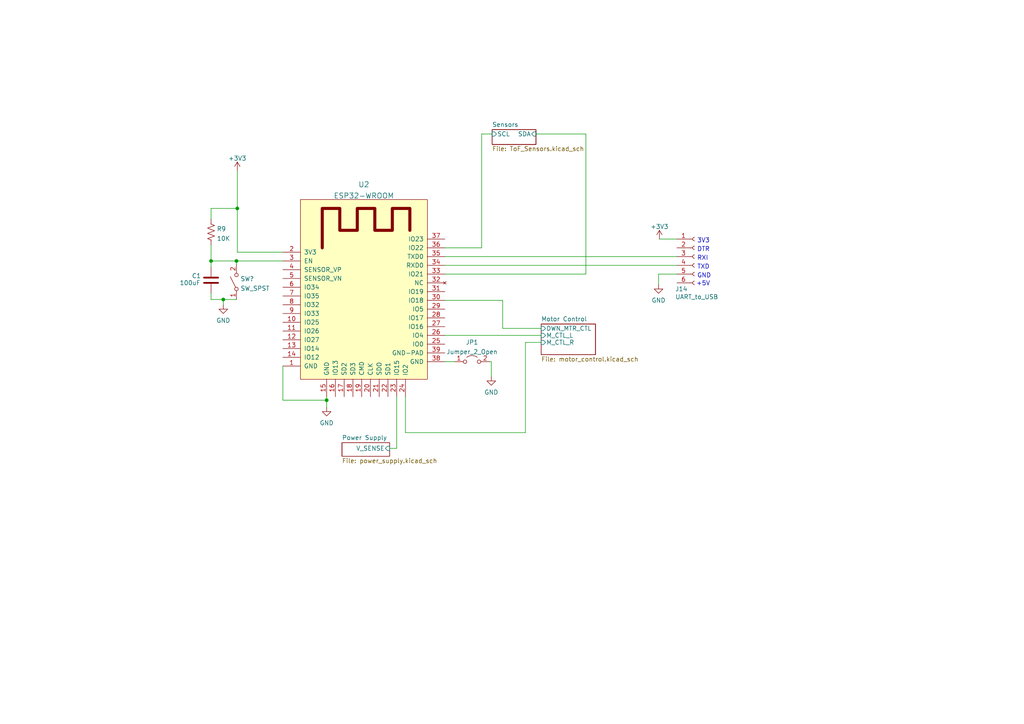
<source format=kicad_sch>
(kicad_sch (version 20211123) (generator eeschema)

  (uuid e63e39d7-6ac0-4ffd-8aa3-1841a4541b55)

  (paper "A4")

  (title_block
    (title "Top Level")
    (date "2022-02-03")
    (rev "1.1")
  )

  (lib_symbols
    (symbol "Connector:Conn_01x06_Female" (pin_names (offset 1.016) hide) (in_bom yes) (on_board yes)
      (property "Reference" "J" (id 0) (at 0 7.62 0)
        (effects (font (size 1.27 1.27)))
      )
      (property "Value" "Conn_01x06_Female" (id 1) (at 0 -10.16 0)
        (effects (font (size 1.27 1.27)))
      )
      (property "Footprint" "" (id 2) (at 0 0 0)
        (effects (font (size 1.27 1.27)) hide)
      )
      (property "Datasheet" "~" (id 3) (at 0 0 0)
        (effects (font (size 1.27 1.27)) hide)
      )
      (property "ki_keywords" "connector" (id 4) (at 0 0 0)
        (effects (font (size 1.27 1.27)) hide)
      )
      (property "ki_description" "Generic connector, single row, 01x06, script generated (kicad-library-utils/schlib/autogen/connector/)" (id 5) (at 0 0 0)
        (effects (font (size 1.27 1.27)) hide)
      )
      (property "ki_fp_filters" "Connector*:*_1x??_*" (id 6) (at 0 0 0)
        (effects (font (size 1.27 1.27)) hide)
      )
      (symbol "Conn_01x06_Female_1_1"
        (arc (start 0 -7.112) (mid -0.508 -7.62) (end 0 -8.128)
          (stroke (width 0.1524) (type default) (color 0 0 0 0))
          (fill (type none))
        )
        (arc (start 0 -4.572) (mid -0.508 -5.08) (end 0 -5.588)
          (stroke (width 0.1524) (type default) (color 0 0 0 0))
          (fill (type none))
        )
        (arc (start 0 -2.032) (mid -0.508 -2.54) (end 0 -3.048)
          (stroke (width 0.1524) (type default) (color 0 0 0 0))
          (fill (type none))
        )
        (polyline
          (pts
            (xy -1.27 -7.62)
            (xy -0.508 -7.62)
          )
          (stroke (width 0.1524) (type default) (color 0 0 0 0))
          (fill (type none))
        )
        (polyline
          (pts
            (xy -1.27 -5.08)
            (xy -0.508 -5.08)
          )
          (stroke (width 0.1524) (type default) (color 0 0 0 0))
          (fill (type none))
        )
        (polyline
          (pts
            (xy -1.27 -2.54)
            (xy -0.508 -2.54)
          )
          (stroke (width 0.1524) (type default) (color 0 0 0 0))
          (fill (type none))
        )
        (polyline
          (pts
            (xy -1.27 0)
            (xy -0.508 0)
          )
          (stroke (width 0.1524) (type default) (color 0 0 0 0))
          (fill (type none))
        )
        (polyline
          (pts
            (xy -1.27 2.54)
            (xy -0.508 2.54)
          )
          (stroke (width 0.1524) (type default) (color 0 0 0 0))
          (fill (type none))
        )
        (polyline
          (pts
            (xy -1.27 5.08)
            (xy -0.508 5.08)
          )
          (stroke (width 0.1524) (type default) (color 0 0 0 0))
          (fill (type none))
        )
        (arc (start 0 0.508) (mid -0.508 0) (end 0 -0.508)
          (stroke (width 0.1524) (type default) (color 0 0 0 0))
          (fill (type none))
        )
        (arc (start 0 3.048) (mid -0.508 2.54) (end 0 2.032)
          (stroke (width 0.1524) (type default) (color 0 0 0 0))
          (fill (type none))
        )
        (arc (start 0 5.588) (mid -0.508 5.08) (end 0 4.572)
          (stroke (width 0.1524) (type default) (color 0 0 0 0))
          (fill (type none))
        )
        (pin passive line (at -5.08 5.08 0) (length 3.81)
          (name "Pin_1" (effects (font (size 1.27 1.27))))
          (number "1" (effects (font (size 1.27 1.27))))
        )
        (pin passive line (at -5.08 2.54 0) (length 3.81)
          (name "Pin_2" (effects (font (size 1.27 1.27))))
          (number "2" (effects (font (size 1.27 1.27))))
        )
        (pin passive line (at -5.08 0 0) (length 3.81)
          (name "Pin_3" (effects (font (size 1.27 1.27))))
          (number "3" (effects (font (size 1.27 1.27))))
        )
        (pin passive line (at -5.08 -2.54 0) (length 3.81)
          (name "Pin_4" (effects (font (size 1.27 1.27))))
          (number "4" (effects (font (size 1.27 1.27))))
        )
        (pin passive line (at -5.08 -5.08 0) (length 3.81)
          (name "Pin_5" (effects (font (size 1.27 1.27))))
          (number "5" (effects (font (size 1.27 1.27))))
        )
        (pin passive line (at -5.08 -7.62 0) (length 3.81)
          (name "Pin_6" (effects (font (size 1.27 1.27))))
          (number "6" (effects (font (size 1.27 1.27))))
        )
      )
    )
    (symbol "Device:C" (pin_numbers hide) (pin_names (offset 0.254)) (in_bom yes) (on_board yes)
      (property "Reference" "C" (id 0) (at 0.635 2.54 0)
        (effects (font (size 1.27 1.27)) (justify left))
      )
      (property "Value" "C" (id 1) (at 0.635 -2.54 0)
        (effects (font (size 1.27 1.27)) (justify left))
      )
      (property "Footprint" "" (id 2) (at 0.9652 -3.81 0)
        (effects (font (size 1.27 1.27)) hide)
      )
      (property "Datasheet" "~" (id 3) (at 0 0 0)
        (effects (font (size 1.27 1.27)) hide)
      )
      (property "ki_keywords" "cap capacitor" (id 4) (at 0 0 0)
        (effects (font (size 1.27 1.27)) hide)
      )
      (property "ki_description" "Unpolarized capacitor" (id 5) (at 0 0 0)
        (effects (font (size 1.27 1.27)) hide)
      )
      (property "ki_fp_filters" "C_*" (id 6) (at 0 0 0)
        (effects (font (size 1.27 1.27)) hide)
      )
      (symbol "C_0_1"
        (polyline
          (pts
            (xy -2.032 -0.762)
            (xy 2.032 -0.762)
          )
          (stroke (width 0.508) (type default) (color 0 0 0 0))
          (fill (type none))
        )
        (polyline
          (pts
            (xy -2.032 0.762)
            (xy 2.032 0.762)
          )
          (stroke (width 0.508) (type default) (color 0 0 0 0))
          (fill (type none))
        )
      )
      (symbol "C_1_1"
        (pin passive line (at 0 3.81 270) (length 2.794)
          (name "~" (effects (font (size 1.27 1.27))))
          (number "1" (effects (font (size 1.27 1.27))))
        )
        (pin passive line (at 0 -3.81 90) (length 2.794)
          (name "~" (effects (font (size 1.27 1.27))))
          (number "2" (effects (font (size 1.27 1.27))))
        )
      )
    )
    (symbol "Device:R_US" (pin_numbers hide) (pin_names (offset 0)) (in_bom yes) (on_board yes)
      (property "Reference" "R" (id 0) (at 2.54 0 90)
        (effects (font (size 1.27 1.27)))
      )
      (property "Value" "R_US" (id 1) (at -2.54 0 90)
        (effects (font (size 1.27 1.27)))
      )
      (property "Footprint" "" (id 2) (at 1.016 -0.254 90)
        (effects (font (size 1.27 1.27)) hide)
      )
      (property "Datasheet" "~" (id 3) (at 0 0 0)
        (effects (font (size 1.27 1.27)) hide)
      )
      (property "ki_keywords" "R res resistor" (id 4) (at 0 0 0)
        (effects (font (size 1.27 1.27)) hide)
      )
      (property "ki_description" "Resistor, US symbol" (id 5) (at 0 0 0)
        (effects (font (size 1.27 1.27)) hide)
      )
      (property "ki_fp_filters" "R_*" (id 6) (at 0 0 0)
        (effects (font (size 1.27 1.27)) hide)
      )
      (symbol "R_US_0_1"
        (polyline
          (pts
            (xy 0 -2.286)
            (xy 0 -2.54)
          )
          (stroke (width 0) (type default) (color 0 0 0 0))
          (fill (type none))
        )
        (polyline
          (pts
            (xy 0 2.286)
            (xy 0 2.54)
          )
          (stroke (width 0) (type default) (color 0 0 0 0))
          (fill (type none))
        )
        (polyline
          (pts
            (xy 0 -0.762)
            (xy 1.016 -1.143)
            (xy 0 -1.524)
            (xy -1.016 -1.905)
            (xy 0 -2.286)
          )
          (stroke (width 0) (type default) (color 0 0 0 0))
          (fill (type none))
        )
        (polyline
          (pts
            (xy 0 0.762)
            (xy 1.016 0.381)
            (xy 0 0)
            (xy -1.016 -0.381)
            (xy 0 -0.762)
          )
          (stroke (width 0) (type default) (color 0 0 0 0))
          (fill (type none))
        )
        (polyline
          (pts
            (xy 0 2.286)
            (xy 1.016 1.905)
            (xy 0 1.524)
            (xy -1.016 1.143)
            (xy 0 0.762)
          )
          (stroke (width 0) (type default) (color 0 0 0 0))
          (fill (type none))
        )
      )
      (symbol "R_US_1_1"
        (pin passive line (at 0 3.81 270) (length 1.27)
          (name "~" (effects (font (size 1.27 1.27))))
          (number "1" (effects (font (size 1.27 1.27))))
        )
        (pin passive line (at 0 -3.81 90) (length 1.27)
          (name "~" (effects (font (size 1.27 1.27))))
          (number "2" (effects (font (size 1.27 1.27))))
        )
      )
    )
    (symbol "ESP32-footprints-Shem-Lib:ESP32-WROOM" (pin_names (offset 1.016)) (in_bom yes) (on_board yes)
      (property "Reference" "U" (id 0) (at -17.78 31.75 0)
        (effects (font (size 1.524 1.524)))
      )
      (property "Value" "ESP32-WROOM" (id 1) (at 12.7 31.75 0)
        (effects (font (size 1.524 1.524)))
      )
      (property "Footprint" "ESP32-footprints-Lib:ESP32-WROOM" (id 2) (at 8.89 34.29 0)
        (effects (font (size 1.524 1.524)) hide)
      )
      (property "Datasheet" "" (id 3) (at -11.43 11.43 0)
        (effects (font (size 1.524 1.524)) hide)
      )
      (symbol "ESP32-WROOM_0_1"
        (rectangle (start -19.05 30.48) (end 17.78 -21.59)
          (stroke (width 0) (type default) (color 0 0 0 0))
          (fill (type background))
        )
        (polyline
          (pts
            (xy -12.7 16.51)
            (xy -12.7 27.94)
            (xy -7.62 27.94)
            (xy -7.62 21.59)
            (xy -2.54 21.59)
            (xy -2.54 27.94)
            (xy 2.54 27.94)
            (xy 2.54 21.59)
            (xy 7.62 21.59)
            (xy 7.62 27.94)
            (xy 12.7 27.94)
            (xy 12.7 21.59)
          )
          (stroke (width 0.889) (type default) (color 0 0 0 0))
          (fill (type none))
        )
      )
      (symbol "ESP32-WROOM_1_1"
        (pin power_out line (at -24.13 -17.78 0) (length 5.08)
          (name "GND" (effects (font (size 1.27 1.27))))
          (number "1" (effects (font (size 1.27 1.27))))
        )
        (pin bidirectional line (at -24.13 -5.08 0) (length 5.08)
          (name "IO25" (effects (font (size 1.27 1.27))))
          (number "10" (effects (font (size 1.27 1.27))))
        )
        (pin bidirectional line (at -24.13 -7.62 0) (length 5.08)
          (name "IO26" (effects (font (size 1.27 1.27))))
          (number "11" (effects (font (size 1.27 1.27))))
        )
        (pin bidirectional line (at -24.13 -10.16 0) (length 5.08)
          (name "IO27" (effects (font (size 1.27 1.27))))
          (number "12" (effects (font (size 1.27 1.27))))
        )
        (pin bidirectional line (at -24.13 -12.7 0) (length 5.08)
          (name "IO14" (effects (font (size 1.27 1.27))))
          (number "13" (effects (font (size 1.27 1.27))))
        )
        (pin bidirectional line (at -24.13 -15.24 0) (length 5.08)
          (name "IO12" (effects (font (size 1.27 1.27))))
          (number "14" (effects (font (size 1.27 1.27))))
        )
        (pin power_in line (at -11.43 -26.67 90) (length 5.08)
          (name "GND" (effects (font (size 1.27 1.27))))
          (number "15" (effects (font (size 1.27 1.27))))
        )
        (pin bidirectional line (at -8.89 -26.67 90) (length 5.08)
          (name "IO13" (effects (font (size 1.27 1.27))))
          (number "16" (effects (font (size 1.27 1.27))))
        )
        (pin bidirectional line (at -6.35 -26.67 90) (length 5.08)
          (name "SD2" (effects (font (size 1.27 1.27))))
          (number "17" (effects (font (size 1.27 1.27))))
        )
        (pin bidirectional line (at -3.81 -26.67 90) (length 5.08)
          (name "SD3" (effects (font (size 1.27 1.27))))
          (number "18" (effects (font (size 1.27 1.27))))
        )
        (pin bidirectional line (at -1.27 -26.67 90) (length 5.08)
          (name "CMD" (effects (font (size 1.27 1.27))))
          (number "19" (effects (font (size 1.27 1.27))))
        )
        (pin power_in line (at -24.13 15.24 0) (length 5.08)
          (name "3V3" (effects (font (size 1.27 1.27))))
          (number "2" (effects (font (size 1.27 1.27))))
        )
        (pin input line (at 1.27 -26.67 90) (length 5.08)
          (name "CLK" (effects (font (size 1.27 1.27))))
          (number "20" (effects (font (size 1.27 1.27))))
        )
        (pin bidirectional line (at 3.81 -26.67 90) (length 5.08)
          (name "SDO" (effects (font (size 1.27 1.27))))
          (number "21" (effects (font (size 1.27 1.27))))
        )
        (pin bidirectional line (at 6.35 -26.67 90) (length 5.08)
          (name "SD1" (effects (font (size 1.27 1.27))))
          (number "22" (effects (font (size 1.27 1.27))))
        )
        (pin bidirectional line (at 8.89 -26.67 90) (length 5.08)
          (name "IO15" (effects (font (size 1.27 1.27))))
          (number "23" (effects (font (size 1.27 1.27))))
        )
        (pin bidirectional line (at 11.43 -26.67 90) (length 5.08)
          (name "IO2" (effects (font (size 1.27 1.27))))
          (number "24" (effects (font (size 1.27 1.27))))
        )
        (pin bidirectional line (at 22.86 -11.43 180) (length 5.08)
          (name "IO0" (effects (font (size 1.27 1.27))))
          (number "25" (effects (font (size 1.27 1.27))))
        )
        (pin input line (at 22.86 -8.89 180) (length 5.08)
          (name "IO4" (effects (font (size 1.27 1.27))))
          (number "26" (effects (font (size 1.27 1.27))))
        )
        (pin bidirectional line (at 22.86 -6.35 180) (length 5.08)
          (name "IO16" (effects (font (size 1.27 1.27))))
          (number "27" (effects (font (size 1.27 1.27))))
        )
        (pin bidirectional line (at 22.86 -3.81 180) (length 5.08)
          (name "IO17" (effects (font (size 1.27 1.27))))
          (number "28" (effects (font (size 1.27 1.27))))
        )
        (pin bidirectional line (at 22.86 -1.27 180) (length 5.08)
          (name "IO5" (effects (font (size 1.27 1.27))))
          (number "29" (effects (font (size 1.27 1.27))))
        )
        (pin input line (at -24.13 12.7 0) (length 5.08)
          (name "EN" (effects (font (size 1.27 1.27))))
          (number "3" (effects (font (size 1.27 1.27))))
        )
        (pin input line (at 22.86 1.27 180) (length 5.08)
          (name "IO18" (effects (font (size 1.27 1.27))))
          (number "30" (effects (font (size 1.27 1.27))))
        )
        (pin bidirectional line (at 22.86 3.81 180) (length 5.08)
          (name "IO19" (effects (font (size 1.27 1.27))))
          (number "31" (effects (font (size 1.27 1.27))))
        )
        (pin no_connect line (at 22.86 6.35 180) (length 5.08)
          (name "NC" (effects (font (size 1.27 1.27))))
          (number "32" (effects (font (size 1.27 1.27))))
        )
        (pin bidirectional line (at 22.86 8.89 180) (length 5.08)
          (name "IO21" (effects (font (size 1.27 1.27))))
          (number "33" (effects (font (size 1.27 1.27))))
        )
        (pin bidirectional line (at 22.86 11.43 180) (length 5.08)
          (name "RXD0" (effects (font (size 1.27 1.27))))
          (number "34" (effects (font (size 1.27 1.27))))
        )
        (pin bidirectional line (at 22.86 13.97 180) (length 5.08)
          (name "TXD0" (effects (font (size 1.27 1.27))))
          (number "35" (effects (font (size 1.27 1.27))))
        )
        (pin bidirectional line (at 22.86 16.51 180) (length 5.08)
          (name "IO22" (effects (font (size 1.27 1.27))))
          (number "36" (effects (font (size 1.27 1.27))))
        )
        (pin bidirectional line (at 22.86 19.05 180) (length 5.08)
          (name "IO23" (effects (font (size 1.27 1.27))))
          (number "37" (effects (font (size 1.27 1.27))))
        )
        (pin power_in line (at 22.86 -16.51 180) (length 5.08)
          (name "GND" (effects (font (size 1.27 1.27))))
          (number "38" (effects (font (size 1.27 1.27))))
        )
        (pin power_in line (at 22.86 -13.97 180) (length 5.08)
          (name "GND-PAD" (effects (font (size 1.27 1.27))))
          (number "39" (effects (font (size 1.27 1.27))))
        )
        (pin input line (at -24.13 10.16 0) (length 5.08)
          (name "SENSOR_VP" (effects (font (size 1.27 1.27))))
          (number "4" (effects (font (size 1.27 1.27))))
        )
        (pin input line (at -24.13 7.62 0) (length 5.08)
          (name "SENSOR_VN" (effects (font (size 1.27 1.27))))
          (number "5" (effects (font (size 1.27 1.27))))
        )
        (pin bidirectional line (at -24.13 5.08 0) (length 5.08)
          (name "IO34" (effects (font (size 1.27 1.27))))
          (number "6" (effects (font (size 1.27 1.27))))
        )
        (pin bidirectional line (at -24.13 2.54 0) (length 5.08)
          (name "IO35" (effects (font (size 1.27 1.27))))
          (number "7" (effects (font (size 1.27 1.27))))
        )
        (pin bidirectional line (at -24.13 0 0) (length 5.08)
          (name "IO32" (effects (font (size 1.27 1.27))))
          (number "8" (effects (font (size 1.27 1.27))))
        )
        (pin bidirectional line (at -24.13 -2.54 0) (length 5.08)
          (name "IO33" (effects (font (size 1.27 1.27))))
          (number "9" (effects (font (size 1.27 1.27))))
        )
      )
    )
    (symbol "Jumper:Jumper_2_Open" (pin_names (offset 0) hide) (in_bom yes) (on_board yes)
      (property "Reference" "JP" (id 0) (at 0 2.794 0)
        (effects (font (size 1.27 1.27)))
      )
      (property "Value" "Jumper_2_Open" (id 1) (at 0 -2.286 0)
        (effects (font (size 1.27 1.27)))
      )
      (property "Footprint" "" (id 2) (at 0 0 0)
        (effects (font (size 1.27 1.27)) hide)
      )
      (property "Datasheet" "~" (id 3) (at 0 0 0)
        (effects (font (size 1.27 1.27)) hide)
      )
      (property "ki_keywords" "Jumper SPST" (id 4) (at 0 0 0)
        (effects (font (size 1.27 1.27)) hide)
      )
      (property "ki_description" "Jumper, 2-pole, open" (id 5) (at 0 0 0)
        (effects (font (size 1.27 1.27)) hide)
      )
      (property "ki_fp_filters" "Jumper* TestPoint*2Pads* TestPoint*Bridge*" (id 6) (at 0 0 0)
        (effects (font (size 1.27 1.27)) hide)
      )
      (symbol "Jumper_2_Open_0_0"
        (circle (center -2.032 0) (radius 0.508)
          (stroke (width 0) (type default) (color 0 0 0 0))
          (fill (type none))
        )
        (circle (center 2.032 0) (radius 0.508)
          (stroke (width 0) (type default) (color 0 0 0 0))
          (fill (type none))
        )
      )
      (symbol "Jumper_2_Open_0_1"
        (arc (start 1.524 1.27) (mid 0 1.778) (end -1.524 1.27)
          (stroke (width 0) (type default) (color 0 0 0 0))
          (fill (type none))
        )
      )
      (symbol "Jumper_2_Open_1_1"
        (pin passive line (at -5.08 0 0) (length 2.54)
          (name "A" (effects (font (size 1.27 1.27))))
          (number "1" (effects (font (size 1.27 1.27))))
        )
        (pin passive line (at 5.08 0 180) (length 2.54)
          (name "B" (effects (font (size 1.27 1.27))))
          (number "2" (effects (font (size 1.27 1.27))))
        )
      )
    )
    (symbol "Switch:SW_SPST" (pin_names (offset 0) hide) (in_bom yes) (on_board yes)
      (property "Reference" "SW" (id 0) (at 0 3.175 0)
        (effects (font (size 1.27 1.27)))
      )
      (property "Value" "SW_SPST" (id 1) (at 0 -2.54 0)
        (effects (font (size 1.27 1.27)))
      )
      (property "Footprint" "" (id 2) (at 0 0 0)
        (effects (font (size 1.27 1.27)) hide)
      )
      (property "Datasheet" "~" (id 3) (at 0 0 0)
        (effects (font (size 1.27 1.27)) hide)
      )
      (property "ki_keywords" "switch lever" (id 4) (at 0 0 0)
        (effects (font (size 1.27 1.27)) hide)
      )
      (property "ki_description" "Single Pole Single Throw (SPST) switch" (id 5) (at 0 0 0)
        (effects (font (size 1.27 1.27)) hide)
      )
      (symbol "SW_SPST_0_0"
        (circle (center -2.032 0) (radius 0.508)
          (stroke (width 0) (type default) (color 0 0 0 0))
          (fill (type none))
        )
        (polyline
          (pts
            (xy -1.524 0.254)
            (xy 1.524 1.778)
          )
          (stroke (width 0) (type default) (color 0 0 0 0))
          (fill (type none))
        )
        (circle (center 2.032 0) (radius 0.508)
          (stroke (width 0) (type default) (color 0 0 0 0))
          (fill (type none))
        )
      )
      (symbol "SW_SPST_1_1"
        (pin passive line (at -5.08 0 0) (length 2.54)
          (name "A" (effects (font (size 1.27 1.27))))
          (number "1" (effects (font (size 1.27 1.27))))
        )
        (pin passive line (at 5.08 0 180) (length 2.54)
          (name "B" (effects (font (size 1.27 1.27))))
          (number "2" (effects (font (size 1.27 1.27))))
        )
      )
    )
    (symbol "power:+3.3V" (power) (pin_names (offset 0)) (in_bom yes) (on_board yes)
      (property "Reference" "#PWR" (id 0) (at 0 -3.81 0)
        (effects (font (size 1.27 1.27)) hide)
      )
      (property "Value" "+3.3V" (id 1) (at 0 3.556 0)
        (effects (font (size 1.27 1.27)))
      )
      (property "Footprint" "" (id 2) (at 0 0 0)
        (effects (font (size 1.27 1.27)) hide)
      )
      (property "Datasheet" "" (id 3) (at 0 0 0)
        (effects (font (size 1.27 1.27)) hide)
      )
      (property "ki_keywords" "power-flag" (id 4) (at 0 0 0)
        (effects (font (size 1.27 1.27)) hide)
      )
      (property "ki_description" "Power symbol creates a global label with name \"+3.3V\"" (id 5) (at 0 0 0)
        (effects (font (size 1.27 1.27)) hide)
      )
      (symbol "+3.3V_0_1"
        (polyline
          (pts
            (xy -0.762 1.27)
            (xy 0 2.54)
          )
          (stroke (width 0) (type default) (color 0 0 0 0))
          (fill (type none))
        )
        (polyline
          (pts
            (xy 0 0)
            (xy 0 2.54)
          )
          (stroke (width 0) (type default) (color 0 0 0 0))
          (fill (type none))
        )
        (polyline
          (pts
            (xy 0 2.54)
            (xy 0.762 1.27)
          )
          (stroke (width 0) (type default) (color 0 0 0 0))
          (fill (type none))
        )
      )
      (symbol "+3.3V_1_1"
        (pin power_in line (at 0 0 90) (length 0) hide
          (name "+3V3" (effects (font (size 1.27 1.27))))
          (number "1" (effects (font (size 1.27 1.27))))
        )
      )
    )
    (symbol "power:+3V3" (power) (pin_names (offset 0)) (in_bom yes) (on_board yes)
      (property "Reference" "#PWR" (id 0) (at 0 -3.81 0)
        (effects (font (size 1.27 1.27)) hide)
      )
      (property "Value" "+3V3" (id 1) (at 0 3.556 0)
        (effects (font (size 1.27 1.27)))
      )
      (property "Footprint" "" (id 2) (at 0 0 0)
        (effects (font (size 1.27 1.27)) hide)
      )
      (property "Datasheet" "" (id 3) (at 0 0 0)
        (effects (font (size 1.27 1.27)) hide)
      )
      (property "ki_keywords" "power-flag" (id 4) (at 0 0 0)
        (effects (font (size 1.27 1.27)) hide)
      )
      (property "ki_description" "Power symbol creates a global label with name \"+3V3\"" (id 5) (at 0 0 0)
        (effects (font (size 1.27 1.27)) hide)
      )
      (symbol "+3V3_0_1"
        (polyline
          (pts
            (xy -0.762 1.27)
            (xy 0 2.54)
          )
          (stroke (width 0) (type default) (color 0 0 0 0))
          (fill (type none))
        )
        (polyline
          (pts
            (xy 0 0)
            (xy 0 2.54)
          )
          (stroke (width 0) (type default) (color 0 0 0 0))
          (fill (type none))
        )
        (polyline
          (pts
            (xy 0 2.54)
            (xy 0.762 1.27)
          )
          (stroke (width 0) (type default) (color 0 0 0 0))
          (fill (type none))
        )
      )
      (symbol "+3V3_1_1"
        (pin power_in line (at 0 0 90) (length 0) hide
          (name "+3V3" (effects (font (size 1.27 1.27))))
          (number "1" (effects (font (size 1.27 1.27))))
        )
      )
    )
    (symbol "power:GND" (power) (pin_names (offset 0)) (in_bom yes) (on_board yes)
      (property "Reference" "#PWR" (id 0) (at 0 -6.35 0)
        (effects (font (size 1.27 1.27)) hide)
      )
      (property "Value" "GND" (id 1) (at 0 -3.81 0)
        (effects (font (size 1.27 1.27)))
      )
      (property "Footprint" "" (id 2) (at 0 0 0)
        (effects (font (size 1.27 1.27)) hide)
      )
      (property "Datasheet" "" (id 3) (at 0 0 0)
        (effects (font (size 1.27 1.27)) hide)
      )
      (property "ki_keywords" "power-flag" (id 4) (at 0 0 0)
        (effects (font (size 1.27 1.27)) hide)
      )
      (property "ki_description" "Power symbol creates a global label with name \"GND\" , ground" (id 5) (at 0 0 0)
        (effects (font (size 1.27 1.27)) hide)
      )
      (symbol "GND_0_1"
        (polyline
          (pts
            (xy 0 0)
            (xy 0 -1.27)
            (xy 1.27 -1.27)
            (xy 0 -2.54)
            (xy -1.27 -1.27)
            (xy 0 -1.27)
          )
          (stroke (width 0) (type default) (color 0 0 0 0))
          (fill (type none))
        )
      )
      (symbol "GND_1_1"
        (pin power_in line (at 0 0 270) (length 0) hide
          (name "GND" (effects (font (size 1.27 1.27))))
          (number "1" (effects (font (size 1.27 1.27))))
        )
      )
    )
  )

  (junction (at 68.834 60.452) (diameter 0) (color 0 0 0 0)
    (uuid 12b2c4c3-d2d5-4469-95f8-28c2377f915b)
  )
  (junction (at 94.742 116.078) (diameter 0) (color 0 0 0 0)
    (uuid 382860d1-78a0-43b8-bf9a-64c72b4330e9)
  )
  (junction (at 61.214 75.692) (diameter 0) (color 0 0 0 0)
    (uuid 8e116a2f-1f5e-4dc8-9a87-227b43125282)
  )
  (junction (at 64.77 86.868) (diameter 0) (color 0 0 0 0)
    (uuid a1382019-0d9b-435a-8a50-f6e6c2e9f5e8)
  )
  (junction (at 68.58 75.692) (diameter 0) (color 0 0 0 0)
    (uuid dc30daca-c840-4fd0-beb9-bf996593cc1f)
  )

  (wire (pts (xy 61.214 60.452) (xy 68.834 60.452))
    (stroke (width 0) (type default) (color 0 0 0 0))
    (uuid 06bfdbdf-3e53-42a3-abc9-fd9ec56e91ec)
  )
  (wire (pts (xy 115.062 130.048) (xy 113.03 130.048))
    (stroke (width 0) (type default) (color 0 0 0 0))
    (uuid 0c6ea1b7-20d5-4e4f-ae60-10dd616657a3)
  )
  (wire (pts (xy 68.58 75.692) (xy 82.042 75.692))
    (stroke (width 0) (type default) (color 0 0 0 0))
    (uuid 1aa1157d-4bd6-4969-b9fb-c0b119211af2)
  )
  (wire (pts (xy 61.214 75.692) (xy 68.58 75.692))
    (stroke (width 0) (type default) (color 0 0 0 0))
    (uuid 1d177f11-de44-485f-8731-c9f064d0e388)
  )
  (wire (pts (xy 129.032 74.422) (xy 196.342 74.422))
    (stroke (width 0) (type default) (color 0 0 0 0))
    (uuid 235ec840-6fe9-47e8-aed5-724046c53b3f)
  )
  (wire (pts (xy 68.834 60.452) (xy 68.834 73.152))
    (stroke (width 0) (type default) (color 0 0 0 0))
    (uuid 249c6b53-8bdd-4fdc-9ec9-ff591df2cdf5)
  )
  (wire (pts (xy 82.042 106.172) (xy 82.042 116.078))
    (stroke (width 0) (type default) (color 0 0 0 0))
    (uuid 272a2528-8089-4c56-93b5-483c91fa5bb5)
  )
  (wire (pts (xy 82.042 116.078) (xy 94.742 116.078))
    (stroke (width 0) (type default) (color 0 0 0 0))
    (uuid 33bd389f-4cbb-43a4-bd5c-03502a7c3318)
  )
  (wire (pts (xy 94.742 116.078) (xy 94.742 118.11))
    (stroke (width 0) (type default) (color 0 0 0 0))
    (uuid 3828279e-9cdc-418e-9d23-b4ee94dbe576)
  )
  (wire (pts (xy 129.032 76.962) (xy 196.342 76.962))
    (stroke (width 0) (type default) (color 0 0 0 0))
    (uuid 4c76534b-7710-410b-a4ce-3373d2652982)
  )
  (wire (pts (xy 141.986 104.902) (xy 142.494 104.902))
    (stroke (width 0) (type default) (color 0 0 0 0))
    (uuid 4dc9497a-62ed-4555-aa88-ee200b33ef81)
  )
  (wire (pts (xy 61.214 75.692) (xy 61.214 77.47))
    (stroke (width 0) (type default) (color 0 0 0 0))
    (uuid 5461cf88-ea06-43a2-a9e6-02283dc09f97)
  )
  (wire (pts (xy 129.032 97.282) (xy 156.972 97.282))
    (stroke (width 0) (type default) (color 0 0 0 0))
    (uuid 55b03ff5-7fda-407d-b34e-e53e2521f857)
  )
  (wire (pts (xy 169.926 79.502) (xy 129.032 79.502))
    (stroke (width 0) (type default) (color 0 0 0 0))
    (uuid 6bd9307c-72e6-4fb7-9d78-fb69c0ab4772)
  )
  (wire (pts (xy 68.58 86.868) (xy 64.77 86.868))
    (stroke (width 0) (type default) (color 0 0 0 0))
    (uuid 70f202e8-100d-41c0-8efb-c9e820f84a92)
  )
  (wire (pts (xy 61.214 85.09) (xy 61.214 86.868))
    (stroke (width 0) (type default) (color 0 0 0 0))
    (uuid 81bee605-32c0-434d-8fa6-34914c378edb)
  )
  (wire (pts (xy 155.448 38.862) (xy 169.926 38.862))
    (stroke (width 0) (type default) (color 0 0 0 0))
    (uuid 848f8b23-0732-49b6-8bdd-124cdcc6be2c)
  )
  (wire (pts (xy 61.214 71.12) (xy 61.214 75.692))
    (stroke (width 0) (type default) (color 0 0 0 0))
    (uuid 8ff573ab-98c6-432f-b816-672e9c4b5f58)
  )
  (wire (pts (xy 191.008 79.502) (xy 191.008 82.55))
    (stroke (width 0) (type default) (color 0 0 0 0))
    (uuid 91104bba-10f8-4b2a-a3d3-2d98258ca9f6)
  )
  (wire (pts (xy 139.7 38.862) (xy 142.748 38.862))
    (stroke (width 0) (type default) (color 0 0 0 0))
    (uuid 9121333c-678f-43ec-9363-084d29ea37ed)
  )
  (wire (pts (xy 94.742 115.062) (xy 94.742 116.078))
    (stroke (width 0) (type default) (color 0 0 0 0))
    (uuid 9239bfb6-be35-4fc4-8582-9fbb3cebd3d9)
  )
  (wire (pts (xy 156.972 99.314) (xy 152.4 99.314))
    (stroke (width 0) (type default) (color 0 0 0 0))
    (uuid 92f329c7-6d83-40d0-9f3d-c7337e8b352f)
  )
  (wire (pts (xy 129.032 104.902) (xy 131.826 104.902))
    (stroke (width 0) (type default) (color 0 0 0 0))
    (uuid 976b360a-53bb-4920-ad79-9204d8d1b1a0)
  )
  (wire (pts (xy 152.4 99.314) (xy 152.4 125.476))
    (stroke (width 0) (type default) (color 0 0 0 0))
    (uuid 9a65e550-2061-4339-bbbd-920e3e4417f9)
  )
  (wire (pts (xy 68.834 73.152) (xy 82.042 73.152))
    (stroke (width 0) (type default) (color 0 0 0 0))
    (uuid a271b5d4-e55c-4255-82d6-d292a374a10c)
  )
  (wire (pts (xy 145.796 87.122) (xy 145.796 95.25))
    (stroke (width 0) (type default) (color 0 0 0 0))
    (uuid a9756fe8-489e-4733-9933-3f2d8ddc0ee8)
  )
  (wire (pts (xy 169.926 38.862) (xy 169.926 79.502))
    (stroke (width 0) (type default) (color 0 0 0 0))
    (uuid b072df6d-b393-42bf-ac76-bdfa9592518f)
  )
  (wire (pts (xy 61.214 63.5) (xy 61.214 60.452))
    (stroke (width 0) (type default) (color 0 0 0 0))
    (uuid bb587dcd-7eee-4f18-bf5d-b2ce1ee32eaa)
  )
  (wire (pts (xy 191.008 79.502) (xy 196.342 79.502))
    (stroke (width 0) (type default) (color 0 0 0 0))
    (uuid bbbe16fd-9c5a-4029-b613-db6d274ce6a7)
  )
  (wire (pts (xy 115.062 115.062) (xy 115.062 130.048))
    (stroke (width 0) (type default) (color 0 0 0 0))
    (uuid c76a65ff-4203-45b9-b67b-4569620ccf1b)
  )
  (wire (pts (xy 117.602 125.476) (xy 117.602 115.062))
    (stroke (width 0) (type default) (color 0 0 0 0))
    (uuid cac58eb1-cf4a-4ba3-a293-9db8e044bcfb)
  )
  (wire (pts (xy 152.4 125.476) (xy 117.602 125.476))
    (stroke (width 0) (type default) (color 0 0 0 0))
    (uuid cf149601-9408-4973-ab00-26c17e339c53)
  )
  (wire (pts (xy 129.032 71.882) (xy 139.7 71.882))
    (stroke (width 0) (type default) (color 0 0 0 0))
    (uuid d070c8eb-cc53-4a91-a791-396aeb056142)
  )
  (wire (pts (xy 61.214 86.868) (xy 64.77 86.868))
    (stroke (width 0) (type default) (color 0 0 0 0))
    (uuid d55b95f5-c568-4f93-90d2-64986305d716)
  )
  (wire (pts (xy 145.796 95.25) (xy 156.972 95.25))
    (stroke (width 0) (type default) (color 0 0 0 0))
    (uuid daebd750-4640-472b-8d4f-afe7eb85f56c)
  )
  (wire (pts (xy 139.7 38.862) (xy 139.7 71.882))
    (stroke (width 0) (type default) (color 0 0 0 0))
    (uuid dc7eff37-806f-47dd-9e83-115f1fd4177b)
  )
  (wire (pts (xy 142.494 104.902) (xy 142.494 109.22))
    (stroke (width 0) (type default) (color 0 0 0 0))
    (uuid dc983fb8-b141-4727-89df-9c68ff776c3c)
  )
  (wire (pts (xy 129.032 87.122) (xy 145.796 87.122))
    (stroke (width 0) (type default) (color 0 0 0 0))
    (uuid e0b8d541-77ba-49d6-8538-0d925db46557)
  )
  (wire (pts (xy 64.77 86.868) (xy 64.77 88.392))
    (stroke (width 0) (type default) (color 0 0 0 0))
    (uuid e241e98b-9792-4ccf-bf97-683dfd887506)
  )
  (wire (pts (xy 68.58 76.708) (xy 68.58 75.692))
    (stroke (width 0) (type default) (color 0 0 0 0))
    (uuid e281be09-1372-425c-8674-96130f751632)
  )
  (wire (pts (xy 68.834 49.53) (xy 68.834 60.452))
    (stroke (width 0) (type default) (color 0 0 0 0))
    (uuid f2a70964-2626-4321-b4f4-56f8f5adacad)
  )
  (wire (pts (xy 191.262 69.342) (xy 196.342 69.342))
    (stroke (width 0) (type default) (color 0 0 0 0))
    (uuid f699bad7-1d54-4ab2-8d4e-cb6527f1bf7c)
  )

  (text "RXI\n\n" (at 202.184 77.724 0)
    (effects (font (size 1.27 1.27)) (justify left bottom))
    (uuid 2b4d140c-7d7e-44e5-9aad-e61ada03d790)
  )
  (text "+5V" (at 201.93 83.058 0)
    (effects (font (size 1.27 1.27)) (justify left bottom))
    (uuid 2e4f721d-d8b0-4960-8455-f6903fb81c76)
  )
  (text "DTR\n" (at 202.184 73.152 0)
    (effects (font (size 1.27 1.27)) (justify left bottom))
    (uuid 2f079120-278f-4a48-8d65-52cce2941b14)
  )
  (text "3V3\n" (at 202.184 70.612 0)
    (effects (font (size 1.27 1.27)) (justify left bottom))
    (uuid b39a435f-5e9f-41a1-878c-68da7adac41f)
  )
  (text "GND" (at 202.184 80.772 0)
    (effects (font (size 1.27 1.27)) (justify left bottom))
    (uuid f3b42b1e-7bea-4b36-a5e7-64ef3dc53f1c)
  )
  (text "TXD" (at 202.184 78.232 0)
    (effects (font (size 1.27 1.27)) (justify left bottom))
    (uuid f671cf39-6df4-4942-8712-44c8f9fa5fdc)
  )

  (symbol (lib_id "Switch:SW_SPST") (at 68.58 81.788 90) (unit 1)
    (in_bom yes) (on_board yes) (fields_autoplaced)
    (uuid 0ccf3bde-866e-4231-b785-fc8e0833134f)
    (property "Reference" "SW?" (id 0) (at 69.723 80.8795 90)
      (effects (font (size 1.27 1.27)) (justify right))
    )
    (property "Value" "SW_SPST" (id 1) (at 69.723 83.6546 90)
      (effects (font (size 1.27 1.27)) (justify right))
    )
    (property "Footprint" "" (id 2) (at 68.58 81.788 0)
      (effects (font (size 1.27 1.27)) hide)
    )
    (property "Datasheet" "~" (id 3) (at 68.58 81.788 0)
      (effects (font (size 1.27 1.27)) hide)
    )
    (pin "1" (uuid e8a25d38-5aa4-4107-9d31-ac0ccc1ef2d4))
    (pin "2" (uuid 2b57e035-c5f2-4692-ba8d-3bdd0e309a9c))
  )

  (symbol (lib_id "Jumper:Jumper_2_Open") (at 136.906 104.902 0) (unit 1)
    (in_bom yes) (on_board yes) (fields_autoplaced)
    (uuid 11216555-08e9-4e78-bb80-b400ece5a624)
    (property "Reference" "JP1" (id 0) (at 136.906 99.2845 0))
    (property "Value" "Jumper_2_Open" (id 1) (at 136.906 102.0596 0))
    (property "Footprint" "" (id 2) (at 136.906 104.902 0)
      (effects (font (size 1.27 1.27)) hide)
    )
    (property "Datasheet" "~" (id 3) (at 136.906 104.902 0)
      (effects (font (size 1.27 1.27)) hide)
    )
    (pin "1" (uuid a64c547f-d9c7-4638-abe6-9216dc378af9))
    (pin "2" (uuid 6e8ff3e7-5beb-4255-911c-a92b8e639a47))
  )

  (symbol (lib_id "power:GND") (at 191.008 82.55 0) (unit 1)
    (in_bom yes) (on_board yes) (fields_autoplaced)
    (uuid 3676616d-bc05-4b98-9e6b-466ff9ac869d)
    (property "Reference" "#PWR?" (id 0) (at 191.008 88.9 0)
      (effects (font (size 1.27 1.27)) hide)
    )
    (property "Value" "GND" (id 1) (at 191.008 87.1125 0))
    (property "Footprint" "" (id 2) (at 191.008 82.55 0)
      (effects (font (size 1.27 1.27)) hide)
    )
    (property "Datasheet" "" (id 3) (at 191.008 82.55 0)
      (effects (font (size 1.27 1.27)) hide)
    )
    (pin "1" (uuid b521f3e8-95c0-4ad1-9353-df7a4889a9ee))
  )

  (symbol (lib_id "power:+3.3V") (at 68.834 49.53 0) (unit 1)
    (in_bom yes) (on_board yes) (fields_autoplaced)
    (uuid 3ac10323-92b7-458e-a2b9-5d32f991c689)
    (property "Reference" "#PWR?" (id 0) (at 68.834 53.34 0)
      (effects (font (size 1.27 1.27)) hide)
    )
    (property "Value" "+3.3V" (id 1) (at 68.834 45.9255 0))
    (property "Footprint" "" (id 2) (at 68.834 49.53 0)
      (effects (font (size 1.27 1.27)) hide)
    )
    (property "Datasheet" "" (id 3) (at 68.834 49.53 0)
      (effects (font (size 1.27 1.27)) hide)
    )
    (pin "1" (uuid 00a54c97-0185-414b-8203-44d51284c2c3))
  )

  (symbol (lib_id "power:GND") (at 142.494 109.22 0) (unit 1)
    (in_bom yes) (on_board yes) (fields_autoplaced)
    (uuid 4bac016a-d4ef-47d8-8199-ade7002b6120)
    (property "Reference" "#PWR?" (id 0) (at 142.494 115.57 0)
      (effects (font (size 1.27 1.27)) hide)
    )
    (property "Value" "GND" (id 1) (at 142.494 113.7825 0))
    (property "Footprint" "" (id 2) (at 142.494 109.22 0)
      (effects (font (size 1.27 1.27)) hide)
    )
    (property "Datasheet" "" (id 3) (at 142.494 109.22 0)
      (effects (font (size 1.27 1.27)) hide)
    )
    (pin "1" (uuid d849a8b0-36af-4bd5-be5f-db8c1cd36b9c))
  )

  (symbol (lib_id "Connector:Conn_01x06_Female") (at 201.422 74.422 0) (unit 1)
    (in_bom yes) (on_board yes)
    (uuid 5ebea71b-f639-417d-b6fc-be1cb769bb6f)
    (property "Reference" "J14" (id 0) (at 195.834 83.82 0)
      (effects (font (size 1.27 1.27)) (justify left))
    )
    (property "Value" "UART_to_USB" (id 1) (at 195.834 86.106 0)
      (effects (font (size 1.27 1.27)) (justify left))
    )
    (property "Footprint" "" (id 2) (at 201.422 74.422 0)
      (effects (font (size 1.27 1.27)) hide)
    )
    (property "Datasheet" "~" (id 3) (at 201.422 74.422 0)
      (effects (font (size 1.27 1.27)) hide)
    )
    (pin "1" (uuid 07a6c6d8-e1c1-4f8f-af69-dfa81e0f4ba2))
    (pin "2" (uuid 33f197c7-472d-407b-a7c3-ca5bf645861f))
    (pin "3" (uuid 8a7f232f-ace6-406f-b920-9b02082b4d0d))
    (pin "4" (uuid f882fe15-e202-4444-a6f6-575412f1c9a6))
    (pin "5" (uuid 7a34034d-827a-48d2-9ea5-ae8128e3a135))
    (pin "6" (uuid 8090f862-f6f6-4854-a7a7-f2ef12b13e56))
  )

  (symbol (lib_id "Device:R_US") (at 61.214 67.31 0) (unit 1)
    (in_bom yes) (on_board yes) (fields_autoplaced)
    (uuid 6d11a523-a34a-4da6-972b-b4a1a35d1f94)
    (property "Reference" "R9" (id 0) (at 62.865 66.4015 0)
      (effects (font (size 1.27 1.27)) (justify left))
    )
    (property "Value" "10K" (id 1) (at 62.865 69.1766 0)
      (effects (font (size 1.27 1.27)) (justify left))
    )
    (property "Footprint" "" (id 2) (at 62.23 67.564 90)
      (effects (font (size 1.27 1.27)) hide)
    )
    (property "Datasheet" "~" (id 3) (at 61.214 67.31 0)
      (effects (font (size 1.27 1.27)) hide)
    )
    (pin "1" (uuid e5aa4d54-1383-4f39-8cb1-68dc60ad6011))
    (pin "2" (uuid a76ae185-8174-4e3a-a3b1-fe5e79d2381e))
  )

  (symbol (lib_id "power:GND") (at 64.77 88.392 0) (unit 1)
    (in_bom yes) (on_board yes) (fields_autoplaced)
    (uuid 6f22580c-32b3-4520-9196-fa85b8f02a6c)
    (property "Reference" "#PWR?" (id 0) (at 64.77 94.742 0)
      (effects (font (size 1.27 1.27)) hide)
    )
    (property "Value" "GND" (id 1) (at 64.77 92.9545 0))
    (property "Footprint" "" (id 2) (at 64.77 88.392 0)
      (effects (font (size 1.27 1.27)) hide)
    )
    (property "Datasheet" "" (id 3) (at 64.77 88.392 0)
      (effects (font (size 1.27 1.27)) hide)
    )
    (pin "1" (uuid dd8c2df6-1627-4d68-9d36-a321b9057f91))
  )

  (symbol (lib_id "Device:C") (at 61.214 81.28 0) (unit 1)
    (in_bom yes) (on_board yes)
    (uuid ac285269-cb11-4151-b6d2-066785156349)
    (property "Reference" "C1" (id 0) (at 55.626 80.01 0)
      (effects (font (size 1.27 1.27)) (justify left))
    )
    (property "Value" "100uF" (id 1) (at 52.07 82.042 0)
      (effects (font (size 1.27 1.27)) (justify left))
    )
    (property "Footprint" "" (id 2) (at 62.1792 85.09 0)
      (effects (font (size 1.27 1.27)) hide)
    )
    (property "Datasheet" "~" (id 3) (at 61.214 81.28 0)
      (effects (font (size 1.27 1.27)) hide)
    )
    (pin "1" (uuid 2d1e5c80-49a9-4844-ba1f-1ce829013040))
    (pin "2" (uuid 0ca42b37-13f8-4f71-a267-e7232daa6efe))
  )

  (symbol (lib_id "power:GND") (at 94.742 118.11 0) (unit 1)
    (in_bom yes) (on_board yes) (fields_autoplaced)
    (uuid b38a779d-ff3c-48cf-8671-1c3f2a0794f5)
    (property "Reference" "#PWR?" (id 0) (at 94.742 124.46 0)
      (effects (font (size 1.27 1.27)) hide)
    )
    (property "Value" "GND" (id 1) (at 94.742 122.6725 0))
    (property "Footprint" "" (id 2) (at 94.742 118.11 0)
      (effects (font (size 1.27 1.27)) hide)
    )
    (property "Datasheet" "" (id 3) (at 94.742 118.11 0)
      (effects (font (size 1.27 1.27)) hide)
    )
    (pin "1" (uuid 0193daf3-0dcf-4317-9b75-3d8710bcf086))
  )

  (symbol (lib_id "ESP32-footprints-Shem-Lib:ESP32-WROOM") (at 106.172 88.392 0) (unit 1)
    (in_bom yes) (on_board yes) (fields_autoplaced)
    (uuid d47f818f-c7ad-4579-9ec9-6362d778fd76)
    (property "Reference" "U2" (id 0) (at 105.537 53.5081 0)
      (effects (font (size 1.524 1.524)))
    )
    (property "Value" "ESP32-WROOM" (id 1) (at 105.537 56.7871 0)
      (effects (font (size 1.524 1.524)))
    )
    (property "Footprint" "ESP32-footprints-Lib:ESP32-WROOM" (id 2) (at 115.062 54.102 0)
      (effects (font (size 1.524 1.524)) hide)
    )
    (property "Datasheet" "" (id 3) (at 94.742 76.962 0)
      (effects (font (size 1.524 1.524)) hide)
    )
    (pin "1" (uuid 0e4856d5-4dbb-492d-98ed-336d754fb09b))
    (pin "10" (uuid 4ce57867-aea7-4d4c-a65d-551b2e52df29))
    (pin "11" (uuid e1902c94-6a2e-4e66-a760-5c3f8f9fb8a2))
    (pin "12" (uuid e4c8d407-0d39-4054-96fa-410155639ece))
    (pin "13" (uuid e20ffaef-6b70-4ddb-b589-fc501c338a9d))
    (pin "14" (uuid 757c3e3c-9374-444a-9b7d-1c4c6099f86d))
    (pin "15" (uuid 8461f3b9-ee1d-4568-81e3-4801cf94450b))
    (pin "16" (uuid 0663b47c-f4db-4975-bac8-8d25745c14c9))
    (pin "17" (uuid 261dd1f2-b11f-4cbc-8ff9-03fa2abec2f9))
    (pin "18" (uuid 1e5e96d3-99d6-4dc7-a010-a8f5adec5474))
    (pin "19" (uuid 95ae0f23-0502-46ef-bc48-8bbab39c6e03))
    (pin "2" (uuid de79a66e-203d-452a-bd9e-d3b81d9185a4))
    (pin "20" (uuid 62bdd7a2-4a31-42d0-bba4-bc09fd5b52cf))
    (pin "21" (uuid a1273cb1-275b-4c40-b71d-f05f000aaf71))
    (pin "22" (uuid 63bcfd5a-34e2-4f2b-9f7d-6d5acacb4b86))
    (pin "23" (uuid 07ec2586-54ed-4889-ba31-71ec8d273741))
    (pin "24" (uuid 635ec8ff-4ec9-400a-80a5-b18a89218424))
    (pin "25" (uuid ee14635b-e1f4-4cf9-a761-80e85844dd63))
    (pin "26" (uuid 78ca7069-52ef-42f5-b5ad-8809ac53c595))
    (pin "27" (uuid 75af6c33-0820-4c83-9816-871ef7ce746b))
    (pin "28" (uuid 957f1d1c-cb6d-472a-aac1-b124b98d2010))
    (pin "29" (uuid 42fa3ae6-3666-46af-a68c-a3d28f761249))
    (pin "3" (uuid 3cedf398-cec3-48c5-a307-18732d8eda39))
    (pin "30" (uuid ea1ff689-d5f4-4e99-b39e-b016c782d3e6))
    (pin "31" (uuid 587bd7d7-3d80-41d8-88d7-6f1c16fc2c3e))
    (pin "32" (uuid bdeefea3-522e-45fb-b3c8-f8a3dbee28c9))
    (pin "33" (uuid 20da9753-b206-4344-8b1b-74cd8ee538bd))
    (pin "34" (uuid 142b4225-72ab-46d6-bc63-9630df39bfda))
    (pin "35" (uuid b9dcd034-a99c-4fa5-9b65-44f02dbd8d2c))
    (pin "36" (uuid cdfa5994-69c4-4e1d-94cf-e5a452ed9054))
    (pin "37" (uuid b3deea23-97f6-456b-89bf-5d59bdfb3650))
    (pin "38" (uuid f27d89cb-61fc-4a4f-b5c7-ec208092a018))
    (pin "39" (uuid 52acf369-81ae-4c1a-b347-675bf26de482))
    (pin "4" (uuid a8033cd1-6087-4bb3-96db-f772408d8542))
    (pin "5" (uuid 6fd034f6-b12e-4b67-b5ad-4f8df124fbe0))
    (pin "6" (uuid 2bd924b7-d6a9-468d-a21b-c875b70bc9c1))
    (pin "7" (uuid 060bad76-3bc5-4692-9ed0-a0e7cd0beca2))
    (pin "8" (uuid 8ebe06d8-8ebe-4a81-ae76-fdda916b441d))
    (pin "9" (uuid ac1c9530-75af-4850-aa34-06a9547a2474))
  )

  (symbol (lib_id "power:+3V3") (at 191.262 69.342 0) (unit 1)
    (in_bom yes) (on_board yes) (fields_autoplaced)
    (uuid f26f695d-9029-4a46-ba04-f49561a512e6)
    (property "Reference" "#PWR?" (id 0) (at 191.262 73.152 0)
      (effects (font (size 1.27 1.27)) hide)
    )
    (property "Value" "+3V3" (id 1) (at 191.262 65.7375 0))
    (property "Footprint" "" (id 2) (at 191.262 69.342 0)
      (effects (font (size 1.27 1.27)) hide)
    )
    (property "Datasheet" "" (id 3) (at 191.262 69.342 0)
      (effects (font (size 1.27 1.27)) hide)
    )
    (pin "1" (uuid 3b02302a-4c99-4b15-8e44-ef512db0c709))
  )

  (sheet (at 156.972 93.98) (size 15.748 8.89) (fields_autoplaced)
    (stroke (width 0.1524) (type solid) (color 0 0 0 0))
    (fill (color 0 0 0 0.0000))
    (uuid 0466b6bb-4fbf-4a9a-9cf6-09876ae278b9)
    (property "Sheet name" "Motor Control" (id 0) (at 156.972 93.2684 0)
      (effects (font (size 1.27 1.27)) (justify left bottom))
    )
    (property "Sheet file" "motor_control.kicad_sch" (id 1) (at 156.972 103.4546 0)
      (effects (font (size 1.27 1.27)) (justify left top))
    )
    (pin "M_CTL_L" input (at 156.972 97.282 180)
      (effects (font (size 1.27 1.27)) (justify left))
      (uuid 87e2ac7d-1a63-41a9-888e-a0b2f49a1f67)
    )
    (pin "M_CTL_R" input (at 156.972 99.314 180)
      (effects (font (size 1.27 1.27)) (justify left))
      (uuid 690869e2-95d0-4ae2-8d3e-4aee652eff47)
    )
    (pin "DWN_MTR_CTL" input (at 156.972 95.25 180)
      (effects (font (size 1.27 1.27)) (justify left))
      (uuid 5c80e144-52de-4115-ae00-1cbff16cc975)
    )
  )

  (sheet (at 99.187 128.397) (size 13.843 3.937) (fields_autoplaced)
    (stroke (width 0.1524) (type solid) (color 0 0 0 0))
    (fill (color 0 0 0 0.0000))
    (uuid f5fa591f-3486-4ab1-ae32-6e6072b106b3)
    (property "Sheet name" "Power Supply" (id 0) (at 99.187 127.6854 0)
      (effects (font (size 1.27 1.27)) (justify left bottom))
    )
    (property "Sheet file" "power_supply.kicad_sch" (id 1) (at 99.187 132.9186 0)
      (effects (font (size 1.27 1.27)) (justify left top))
    )
    (pin "V_SENSE" input (at 113.03 130.048 0)
      (effects (font (size 1.27 1.27)) (justify right))
      (uuid 56d404fb-143e-4700-9797-6ef81bfd9e17)
    )
  )

  (sheet (at 142.748 37.592) (size 12.7 4.318)
    (stroke (width 0.1524) (type solid) (color 0 0 0 0))
    (fill (color 0 0 0 0.0000))
    (uuid fdd88d44-1cd4-447b-90e7-b6597775b3a9)
    (property "Sheet name" "Sensors" (id 0) (at 142.748 36.8804 0)
      (effects (font (size 1.27 1.27)) (justify left bottom))
    )
    (property "Sheet file" "ToF_Sensors.kicad_sch" (id 1) (at 142.748 42.418 0)
      (effects (font (size 1.27 1.27)) (justify left top))
    )
    (pin "SDA" input (at 155.448 38.862 0)
      (effects (font (size 1.27 1.27)) (justify right))
      (uuid ac1c91cd-0137-4241-8464-47844436d104)
    )
    (pin "SCL" input (at 142.748 38.862 180)
      (effects (font (size 1.27 1.27)) (justify left))
      (uuid 0e2628b6-038c-4a99-80ed-e68327ce2eed)
    )
  )

  (sheet_instances
    (path "/" (page "1"))
    (path "/0466b6bb-4fbf-4a9a-9cf6-09876ae278b9" (page "2"))
    (path "/f5fa591f-3486-4ab1-ae32-6e6072b106b3" (page "3"))
    (path "/fdd88d44-1cd4-447b-90e7-b6597775b3a9" (page "4"))
  )

  (symbol_instances
    (path "/f5fa591f-3486-4ab1-ae32-6e6072b106b3/0a7f877f-15f0-4824-870d-4ab611d44dff"
      (reference "#PWR?") (unit 1) (value "GND") (footprint "")
    )
    (path "/fdd88d44-1cd4-447b-90e7-b6597775b3a9/241e2e05-d38b-4b03-aba4-8626e4fb6e93"
      (reference "#PWR?") (unit 1) (value "+3.3V") (footprint "")
    )
    (path "/3676616d-bc05-4b98-9e6b-466ff9ac869d"
      (reference "#PWR?") (unit 1) (value "GND") (footprint "")
    )
    (path "/3ac10323-92b7-458e-a2b9-5d32f991c689"
      (reference "#PWR?") (unit 1) (value "+3.3V") (footprint "")
    )
    (path "/4bac016a-d4ef-47d8-8199-ade7002b6120"
      (reference "#PWR?") (unit 1) (value "GND") (footprint "")
    )
    (path "/fdd88d44-1cd4-447b-90e7-b6597775b3a9/4d042256-5636-4f80-ac2b-98e8a1fdbefc"
      (reference "#PWR?") (unit 1) (value "+3.3V") (footprint "")
    )
    (path "/f5fa591f-3486-4ab1-ae32-6e6072b106b3/58e55417-2460-4d11-a345-8919737fd263"
      (reference "#PWR?") (unit 1) (value "+3V3") (footprint "")
    )
    (path "/f5fa591f-3486-4ab1-ae32-6e6072b106b3/59fd459a-02d4-410e-aa1d-7522a53a99be"
      (reference "#PWR?") (unit 1) (value "+BATT") (footprint "")
    )
    (path "/fdd88d44-1cd4-447b-90e7-b6597775b3a9/6aa8c486-32ac-4622-b983-28b6b0239d8f"
      (reference "#PWR?") (unit 1) (value "+3.3V") (footprint "")
    )
    (path "/6f22580c-32b3-4520-9196-fa85b8f02a6c"
      (reference "#PWR?") (unit 1) (value "GND") (footprint "")
    )
    (path "/0466b6bb-4fbf-4a9a-9cf6-09876ae278b9/73a35595-a68d-4835-923e-e9dcfa473e49"
      (reference "#PWR?") (unit 1) (value "GND") (footprint "")
    )
    (path "/0466b6bb-4fbf-4a9a-9cf6-09876ae278b9/96f25220-2c3a-4b47-8849-281553f2bbe5"
      (reference "#PWR?") (unit 1) (value "GND") (footprint "")
    )
    (path "/0466b6bb-4fbf-4a9a-9cf6-09876ae278b9/98e49311-b024-412c-a82a-e83da23ff6d1"
      (reference "#PWR?") (unit 1) (value "GND") (footprint "")
    )
    (path "/0466b6bb-4fbf-4a9a-9cf6-09876ae278b9/adfb0ca9-faa2-444d-ae5f-4d748b599288"
      (reference "#PWR?") (unit 1) (value "+BATT") (footprint "")
    )
    (path "/b38a779d-ff3c-48cf-8671-1c3f2a0794f5"
      (reference "#PWR?") (unit 1) (value "GND") (footprint "")
    )
    (path "/fdd88d44-1cd4-447b-90e7-b6597775b3a9/ecc1b9fd-4242-42af-889a-312a60735d73"
      (reference "#PWR?") (unit 1) (value "GND") (footprint "")
    )
    (path "/f26f695d-9029-4a46-ba04-f49561a512e6"
      (reference "#PWR?") (unit 1) (value "+3V3") (footprint "")
    )
    (path "/fdd88d44-1cd4-447b-90e7-b6597775b3a9/ff2e2993-df4c-46f6-a55d-2076cb8ab4c9"
      (reference "#PWR?") (unit 1) (value "GND") (footprint "")
    )
    (path "/ac285269-cb11-4151-b6d2-066785156349"
      (reference "C1") (unit 1) (value "100uF") (footprint "")
    )
    (path "/0466b6bb-4fbf-4a9a-9cf6-09876ae278b9/8abc9ea2-2821-4f9c-9686-cae7ceb48575"
      (reference "J1") (unit 1) (value "FL_Motor") (footprint "")
    )
    (path "/0466b6bb-4fbf-4a9a-9cf6-09876ae278b9/f44d4e1c-75b3-48c6-83f6-690d2a0525a4"
      (reference "J2") (unit 1) (value "RL_Motor") (footprint "")
    )
    (path "/0466b6bb-4fbf-4a9a-9cf6-09876ae278b9/74711c70-2cdc-464a-883f-b65713f31293"
      (reference "J3") (unit 1) (value "FR_Motor") (footprint "")
    )
    (path "/0466b6bb-4fbf-4a9a-9cf6-09876ae278b9/83ce1429-b7b0-455a-bbb8-508b52338fd0"
      (reference "J4") (unit 1) (value "RR_Motor") (footprint "")
    )
    (path "/f5fa591f-3486-4ab1-ae32-6e6072b106b3/fa6764b9-e02a-4ddd-b9b5-0e72b8ca13c1"
      (reference "J5") (unit 1) (value "FL_Motor") (footprint "")
    )
    (path "/f5fa591f-3486-4ab1-ae32-6e6072b106b3/a2569d72-a8d9-47b5-b992-68b0ceb12579"
      (reference "J6") (unit 1) (value "FL_Motor") (footprint "")
    )
    (path "/f5fa591f-3486-4ab1-ae32-6e6072b106b3/48e71ca1-f4cd-45df-b720-e1c896ce0fde"
      (reference "J7") (unit 1) (value "FL_Motor") (footprint "")
    )
    (path "/f5fa591f-3486-4ab1-ae32-6e6072b106b3/899c062c-0baf-4dc6-9f04-f23d03bad0f3"
      (reference "J8") (unit 1) (value "FL_Motor") (footprint "")
    )
    (path "/fdd88d44-1cd4-447b-90e7-b6597775b3a9/0870e819-025a-4579-a35c-0b853a5b3af3"
      (reference "J9") (unit 1) (value "ToF 1") (footprint "")
    )
    (path "/fdd88d44-1cd4-447b-90e7-b6597775b3a9/8a6670b3-102c-40bd-9fe8-000e2d1d92ba"
      (reference "J10") (unit 1) (value "ToF 2") (footprint "")
    )
    (path "/fdd88d44-1cd4-447b-90e7-b6597775b3a9/edfc85a6-cbe8-41c0-99e9-bc9d5144fe9c"
      (reference "J11") (unit 1) (value "ToF 3") (footprint "")
    )
    (path "/fdd88d44-1cd4-447b-90e7-b6597775b3a9/3496f127-f1fe-4b45-aeed-c71ec8b762b3"
      (reference "J12") (unit 1) (value "ToF 4") (footprint "")
    )
    (path "/fdd88d44-1cd4-447b-90e7-b6597775b3a9/de0ce676-aafd-42a5-8447-776ad52b2d70"
      (reference "J13") (unit 1) (value "IMU") (footprint "")
    )
    (path "/5ebea71b-f639-417d-b6fc-be1cb769bb6f"
      (reference "J14") (unit 1) (value "UART_to_USB") (footprint "")
    )
    (path "/0466b6bb-4fbf-4a9a-9cf6-09876ae278b9/6362276d-f781-4682-9f86-4c18f0def695"
      (reference "J15") (unit 1) (value "DWN_Motor") (footprint "")
    )
    (path "/11216555-08e9-4e78-bb80-b400ece5a624"
      (reference "JP1") (unit 1) (value "Jumper_2_Open") (footprint "")
    )
    (path "/0466b6bb-4fbf-4a9a-9cf6-09876ae278b9/dae8c172-a0a3-4e44-afdf-35f23a0a8dd8"
      (reference "Q1") (unit 1) (value "RFD14N05L") (footprint "")
    )
    (path "/0466b6bb-4fbf-4a9a-9cf6-09876ae278b9/4d4bdb96-43a2-46c8-8b25-5cfd1f2e4d12"
      (reference "Q2") (unit 1) (value "RFD14N05L") (footprint "")
    )
    (path "/fdd88d44-1cd4-447b-90e7-b6597775b3a9/0ddffb29-819f-4fb1-8ac1-f59fa3272ba3"
      (reference "R1") (unit 1) (value "4K7") (footprint "")
    )
    (path "/fdd88d44-1cd4-447b-90e7-b6597775b3a9/f5c3a1be-71e9-4988-868b-d2dedc7b9878"
      (reference "R2") (unit 1) (value "4K7") (footprint "")
    )
    (path "/0466b6bb-4fbf-4a9a-9cf6-09876ae278b9/d48881e1-091c-414f-b47f-98ba8fd22946"
      (reference "R3") (unit 1) (value "330R") (footprint "")
    )
    (path "/0466b6bb-4fbf-4a9a-9cf6-09876ae278b9/3f289bc7-c94a-4259-b87d-a3f77b1ab46e"
      (reference "R4") (unit 1) (value "330R") (footprint "")
    )
    (path "/0466b6bb-4fbf-4a9a-9cf6-09876ae278b9/4a543094-c072-4ade-b85c-159834727cfa"
      (reference "R5") (unit 1) (value "10K") (footprint "")
    )
    (path "/0466b6bb-4fbf-4a9a-9cf6-09876ae278b9/388d3ffb-589d-47df-bb1a-5f733c6492b4"
      (reference "R6") (unit 1) (value "10K") (footprint "")
    )
    (path "/f5fa591f-3486-4ab1-ae32-6e6072b106b3/0d14fb76-2d74-4c4b-ad79-21a15ad62ddf"
      (reference "R7") (unit 1) (value "56K") (footprint "")
    )
    (path "/f5fa591f-3486-4ab1-ae32-6e6072b106b3/1665203f-a52a-47b2-9f18-d8b2cb2b18bf"
      (reference "R8") (unit 1) (value "10K") (footprint "")
    )
    (path "/6d11a523-a34a-4da6-972b-b4a1a35d1f94"
      (reference "R9") (unit 1) (value "10K") (footprint "")
    )
    (path "/0ccf3bde-866e-4231-b785-fc8e0833134f"
      (reference "SW?") (unit 1) (value "SW_SPST") (footprint "")
    )
    (path "/f5fa591f-3486-4ab1-ae32-6e6072b106b3/52228708-9ef3-44ce-a2d0-4ac892ab4802"
      (reference "U1") (unit 1) (value "HW613") (footprint "Package_TO_SOT_SMD:SOT-89-3")
    )
    (path "/d47f818f-c7ad-4579-9ec9-6362d778fd76"
      (reference "U2") (unit 1) (value "ESP32-WROOM") (footprint "ESP32-footprints-Lib:ESP32-WROOM")
    )
    (path "/fdd88d44-1cd4-447b-90e7-b6597775b3a9/6d8c3a9e-ecc3-45c7-a8b9-5ce4608f908c"
      (reference "U3") (unit 1) (value "TCA9548APWR") (footprint "Package_SO:TSSOP-24_4.4x7.8mm_P0.65mm")
    )
  )
)

</source>
